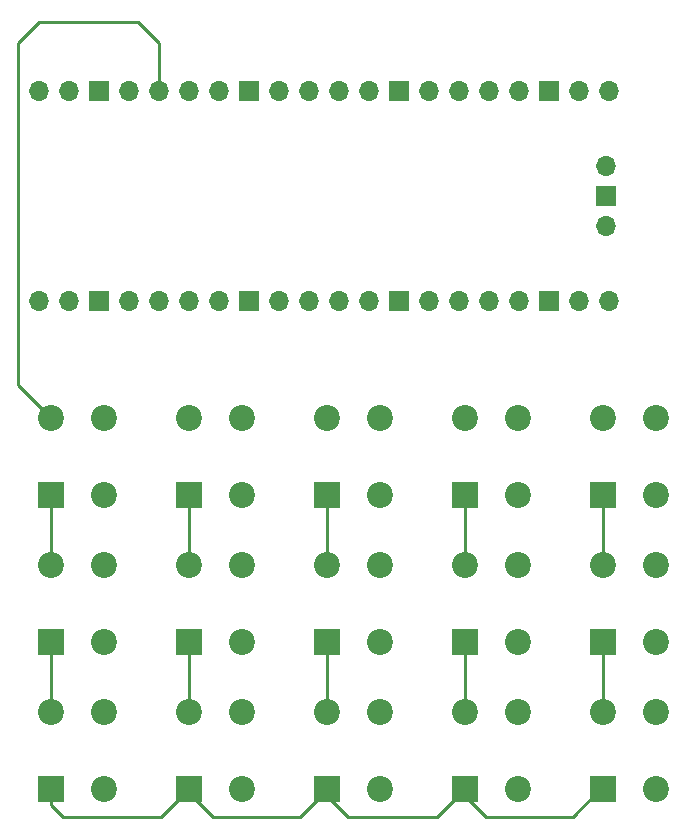
<source format=gbl>
%TF.GenerationSoftware,KiCad,Pcbnew,(6.0.7)*%
%TF.CreationDate,2022-10-18T19:39:03+02:00*%
%TF.ProjectId,15_button_controller,31355f62-7574-4746-9f6e-5f636f6e7472,rev?*%
%TF.SameCoordinates,Original*%
%TF.FileFunction,Copper,L2,Bot*%
%TF.FilePolarity,Positive*%
%FSLAX46Y46*%
G04 Gerber Fmt 4.6, Leading zero omitted, Abs format (unit mm)*
G04 Created by KiCad (PCBNEW (6.0.7)) date 2022-10-18 19:39:03*
%MOMM*%
%LPD*%
G01*
G04 APERTURE LIST*
%TA.AperFunction,ComponentPad*%
%ADD10R,2.200000X2.200000*%
%TD*%
%TA.AperFunction,ComponentPad*%
%ADD11C,2.200000*%
%TD*%
%TA.AperFunction,ComponentPad*%
%ADD12O,1.700000X1.700000*%
%TD*%
%TA.AperFunction,ComponentPad*%
%ADD13R,1.700000X1.700000*%
%TD*%
%TA.AperFunction,Conductor*%
%ADD14C,0.250000*%
%TD*%
G04 APERTURE END LIST*
D10*
%TO.P,S3,1*%
%TO.N,Net-(S1-Pad1)*%
X89154000Y-122630000D03*
D11*
%TO.P,S3,2*%
%TO.N,Net-(S3-Pad2)*%
X89154000Y-116130000D03*
%TO.P,S3,3*%
%TO.N,unconnected-(S3-Pad3)*%
X93654000Y-122630000D03*
%TO.P,S3,4*%
%TO.N,Net-(S3-Pad4)*%
X93654000Y-116130000D03*
%TD*%
D10*
%TO.P,S10,1*%
%TO.N,Net-(S10-Pad1)*%
X112522000Y-110184000D03*
D11*
%TO.P,S10,2*%
%TO.N,Net-(S10-Pad2)*%
X112522000Y-103684000D03*
%TO.P,S10,3*%
%TO.N,unconnected-(S10-Pad3)*%
X117022000Y-110184000D03*
%TO.P,S10,4*%
%TO.N,Net-(S10-Pad4)*%
X117022000Y-103684000D03*
%TD*%
D10*
%TO.P,S4,1*%
%TO.N,Net-(S1-Pad1)*%
X100838000Y-122630000D03*
D11*
%TO.P,S4,2*%
%TO.N,Net-(S4-Pad2)*%
X100838000Y-116130000D03*
%TO.P,S4,3*%
%TO.N,unconnected-(S4-Pad3)*%
X105338000Y-122630000D03*
%TO.P,S4,4*%
%TO.N,Net-(S4-Pad4)*%
X105338000Y-116130000D03*
%TD*%
D10*
%TO.P,S8,1*%
%TO.N,Net-(S3-Pad2)*%
X89154000Y-110184000D03*
D11*
%TO.P,S8,2*%
%TO.N,Net-(S13-Pad1)*%
X89154000Y-103684000D03*
%TO.P,S8,3*%
%TO.N,unconnected-(S8-Pad3)*%
X93654000Y-110184000D03*
%TO.P,S8,4*%
%TO.N,Net-(S8-Pad4)*%
X93654000Y-103684000D03*
%TD*%
D10*
%TO.P,S11,1*%
%TO.N,Net-(S11-Pad1)*%
X65786000Y-97738000D03*
D11*
%TO.P,S11,2*%
%TO.N,Net-(S11-Pad2)*%
X65786000Y-91238000D03*
%TO.P,S11,3*%
%TO.N,unconnected-(S11-Pad3)*%
X70286000Y-97738000D03*
%TO.P,S11,4*%
%TO.N,Net-(S11-Pad4)*%
X70286000Y-91238000D03*
%TD*%
D10*
%TO.P,S2,1*%
%TO.N,Net-(S1-Pad1)*%
X77470000Y-122630000D03*
D11*
%TO.P,S2,2*%
%TO.N,Net-(S2-Pad2)*%
X77470000Y-116130000D03*
%TO.P,S2,3*%
%TO.N,unconnected-(S2-Pad3)*%
X81970000Y-122630000D03*
%TO.P,S2,4*%
%TO.N,Net-(S2-Pad4)*%
X81970000Y-116130000D03*
%TD*%
D10*
%TO.P,S15,1*%
%TO.N,Net-(S10-Pad2)*%
X112522000Y-97738000D03*
D11*
%TO.P,S15,2*%
%TO.N,unconnected-(S15-Pad2)*%
X112522000Y-91238000D03*
%TO.P,S15,3*%
%TO.N,unconnected-(S15-Pad3)*%
X117022000Y-97738000D03*
%TO.P,S15,4*%
%TO.N,Net-(S15-Pad4)*%
X117022000Y-91238000D03*
%TD*%
D10*
%TO.P,S14,1*%
%TO.N,Net-(S14-Pad1)*%
X100838000Y-97738000D03*
D11*
%TO.P,S14,2*%
%TO.N,unconnected-(S14-Pad2)*%
X100838000Y-91238000D03*
%TO.P,S14,3*%
%TO.N,unconnected-(S14-Pad3)*%
X105338000Y-97738000D03*
%TO.P,S14,4*%
%TO.N,Net-(S14-Pad4)*%
X105338000Y-91238000D03*
%TD*%
D10*
%TO.P,S9,1*%
%TO.N,Net-(S4-Pad2)*%
X100838000Y-110184000D03*
D11*
%TO.P,S9,2*%
%TO.N,Net-(S14-Pad1)*%
X100838000Y-103684000D03*
%TO.P,S9,3*%
%TO.N,unconnected-(S9-Pad3)*%
X105338000Y-110184000D03*
%TO.P,S9,4*%
%TO.N,Net-(S9-Pad4)*%
X105338000Y-103684000D03*
%TD*%
D10*
%TO.P,S7,1*%
%TO.N,Net-(S2-Pad2)*%
X77470000Y-110184000D03*
D11*
%TO.P,S7,2*%
%TO.N,Net-(S12-Pad1)*%
X77470000Y-103684000D03*
%TO.P,S7,3*%
%TO.N,unconnected-(S7-Pad3)*%
X81970000Y-110184000D03*
%TO.P,S7,4*%
%TO.N,Net-(S7-Pad4)*%
X81970000Y-103684000D03*
%TD*%
D10*
%TO.P,S12,1*%
%TO.N,Net-(S12-Pad1)*%
X77470000Y-97738000D03*
D11*
%TO.P,S12,2*%
%TO.N,unconnected-(S12-Pad2)*%
X77470000Y-91238000D03*
%TO.P,S12,3*%
%TO.N,unconnected-(S12-Pad3)*%
X81970000Y-97738000D03*
%TO.P,S12,4*%
%TO.N,Net-(S12-Pad4)*%
X81970000Y-91238000D03*
%TD*%
D12*
%TO.P,U1,1,GPIO0*%
%TO.N,unconnected-(U1-Pad1)*%
X64770000Y-81280000D03*
%TO.P,U1,2,GPIO1*%
%TO.N,unconnected-(U1-Pad2)*%
X67310000Y-81280000D03*
D13*
%TO.P,U1,3,GND*%
%TO.N,unconnected-(U1-Pad3)*%
X69850000Y-81280000D03*
D12*
%TO.P,U1,4,GPIO2*%
%TO.N,Net-(S11-Pad4)*%
X72390000Y-81280000D03*
%TO.P,U1,5,GPIO3*%
%TO.N,Net-(S6-Pad4)*%
X74930000Y-81280000D03*
%TO.P,U1,6,GPIO4*%
%TO.N,Net-(S1-Pad4)*%
X77470000Y-81280000D03*
%TO.P,U1,7,GPIO5*%
%TO.N,Net-(S12-Pad4)*%
X80010000Y-81280000D03*
D13*
%TO.P,U1,8,GND*%
%TO.N,unconnected-(U1-Pad8)*%
X82550000Y-81280000D03*
D12*
%TO.P,U1,9,GPIO6*%
%TO.N,Net-(S7-Pad4)*%
X85090000Y-81280000D03*
%TO.P,U1,10,GPIO7*%
%TO.N,Net-(S2-Pad4)*%
X87630000Y-81280000D03*
%TO.P,U1,11,GPIO8*%
%TO.N,Net-(S13-Pad4)*%
X90170000Y-81280000D03*
%TO.P,U1,12,GPIO9*%
%TO.N,Net-(S8-Pad4)*%
X92710000Y-81280000D03*
D13*
%TO.P,U1,13,GND*%
%TO.N,unconnected-(U1-Pad13)*%
X95250000Y-81280000D03*
D12*
%TO.P,U1,14,GPIO10*%
%TO.N,Net-(S3-Pad4)*%
X97790000Y-81280000D03*
%TO.P,U1,15,GPIO11*%
%TO.N,Net-(S14-Pad4)*%
X100330000Y-81280000D03*
%TO.P,U1,16,GPIO12*%
%TO.N,Net-(S9-Pad4)*%
X102870000Y-81280000D03*
%TO.P,U1,17,GPIO13*%
%TO.N,Net-(S4-Pad4)*%
X105410000Y-81280000D03*
D13*
%TO.P,U1,18,GND*%
%TO.N,unconnected-(U1-Pad18)*%
X107950000Y-81280000D03*
D12*
%TO.P,U1,19,GPIO14*%
%TO.N,Net-(S15-Pad4)*%
X110490000Y-81280000D03*
%TO.P,U1,20,GPIO15*%
%TO.N,Net-(S10-Pad4)*%
X113030000Y-81280000D03*
%TO.P,U1,21,GPIO16*%
%TO.N,Net-(S5-Pad4)*%
X113030000Y-63500000D03*
%TO.P,U1,22,GPIO17*%
%TO.N,unconnected-(U1-Pad22)*%
X110490000Y-63500000D03*
D13*
%TO.P,U1,23,GND*%
%TO.N,unconnected-(U1-Pad23)*%
X107950000Y-63500000D03*
D12*
%TO.P,U1,24,GPIO18*%
%TO.N,unconnected-(U1-Pad24)*%
X105410000Y-63500000D03*
%TO.P,U1,25,GPIO19*%
%TO.N,unconnected-(U1-Pad25)*%
X102870000Y-63500000D03*
%TO.P,U1,26,GPIO20*%
%TO.N,unconnected-(U1-Pad26)*%
X100330000Y-63500000D03*
%TO.P,U1,27,GPIO21*%
%TO.N,unconnected-(U1-Pad27)*%
X97790000Y-63500000D03*
D13*
%TO.P,U1,28,GND*%
%TO.N,unconnected-(U1-Pad28)*%
X95250000Y-63500000D03*
D12*
%TO.P,U1,29,GPIO22*%
%TO.N,unconnected-(U1-Pad29)*%
X92710000Y-63500000D03*
%TO.P,U1,30,RUN*%
%TO.N,unconnected-(U1-Pad30)*%
X90170000Y-63500000D03*
%TO.P,U1,31,GPIO26_ADC0*%
%TO.N,unconnected-(U1-Pad31)*%
X87630000Y-63500000D03*
%TO.P,U1,32,GPIO27_ADC1*%
%TO.N,unconnected-(U1-Pad32)*%
X85090000Y-63500000D03*
D13*
%TO.P,U1,33,AGND*%
%TO.N,unconnected-(U1-Pad33)*%
X82550000Y-63500000D03*
D12*
%TO.P,U1,34,GPIO28_ADC2*%
%TO.N,unconnected-(U1-Pad34)*%
X80010000Y-63500000D03*
%TO.P,U1,35,ADC_VREF*%
%TO.N,unconnected-(U1-Pad35)*%
X77470000Y-63500000D03*
%TO.P,U1,36,3V3*%
%TO.N,Net-(S11-Pad2)*%
X74930000Y-63500000D03*
%TO.P,U1,37,3V3_EN*%
%TO.N,unconnected-(U1-Pad37)*%
X72390000Y-63500000D03*
D13*
%TO.P,U1,38,GND*%
%TO.N,unconnected-(U1-Pad38)*%
X69850000Y-63500000D03*
D12*
%TO.P,U1,39,VSYS*%
%TO.N,unconnected-(U1-Pad39)*%
X67310000Y-63500000D03*
%TO.P,U1,40,VBUS*%
%TO.N,unconnected-(U1-Pad40)*%
X64770000Y-63500000D03*
%TO.P,U1,41,SWCLK*%
%TO.N,unconnected-(U1-Pad41)*%
X112800000Y-74930000D03*
D13*
%TO.P,U1,42,GND*%
%TO.N,unconnected-(U1-Pad42)*%
X112800000Y-72390000D03*
D12*
%TO.P,U1,43,SWDIO*%
%TO.N,unconnected-(U1-Pad43)*%
X112800000Y-69850000D03*
%TD*%
D10*
%TO.P,S6,1*%
%TO.N,Net-(S1-Pad2)*%
X65786000Y-110184000D03*
D11*
%TO.P,S6,2*%
%TO.N,Net-(S11-Pad1)*%
X65786000Y-103684000D03*
%TO.P,S6,3*%
%TO.N,unconnected-(S6-Pad3)*%
X70286000Y-110184000D03*
%TO.P,S6,4*%
%TO.N,Net-(S6-Pad4)*%
X70286000Y-103684000D03*
%TD*%
D10*
%TO.P,S13,1*%
%TO.N,Net-(S13-Pad1)*%
X89154000Y-97738000D03*
D11*
%TO.P,S13,2*%
%TO.N,unconnected-(S13-Pad2)*%
X89154000Y-91238000D03*
%TO.P,S13,3*%
%TO.N,unconnected-(S13-Pad3)*%
X93654000Y-97738000D03*
%TO.P,S13,4*%
%TO.N,Net-(S13-Pad4)*%
X93654000Y-91238000D03*
%TD*%
D10*
%TO.P,S1,1*%
%TO.N,Net-(S1-Pad1)*%
X65786000Y-122630000D03*
D11*
%TO.P,S1,2*%
%TO.N,Net-(S1-Pad2)*%
X65786000Y-116130000D03*
%TO.P,S1,3*%
%TO.N,unconnected-(S1-Pad3)*%
X70286000Y-122630000D03*
%TO.P,S1,4*%
%TO.N,Net-(S1-Pad4)*%
X70286000Y-116130000D03*
%TD*%
D10*
%TO.P,S5,1*%
%TO.N,Net-(S1-Pad1)*%
X112522000Y-122630000D03*
D11*
%TO.P,S5,2*%
%TO.N,Net-(S10-Pad1)*%
X112522000Y-116130000D03*
%TO.P,S5,3*%
%TO.N,unconnected-(S5-Pad3)*%
X117022000Y-122630000D03*
%TO.P,S5,4*%
%TO.N,Net-(S5-Pad4)*%
X117022000Y-116130000D03*
%TD*%
D14*
%TO.N,Net-(S1-Pad1)*%
X65786000Y-122630000D02*
X65786000Y-123952000D01*
X102616000Y-124968000D02*
X109982000Y-124968000D01*
X100838000Y-123190000D02*
X102616000Y-124968000D01*
X66802000Y-124968000D02*
X75132000Y-124968000D01*
X89154000Y-123190000D02*
X90932000Y-124968000D01*
X100838000Y-122630000D02*
X100838000Y-123190000D01*
X90932000Y-124968000D02*
X98500000Y-124968000D01*
X75132000Y-124968000D02*
X77470000Y-122630000D01*
X89154000Y-122630000D02*
X89154000Y-123190000D01*
X109982000Y-124968000D02*
X112320000Y-122630000D01*
X77470000Y-122936000D02*
X79502000Y-124968000D01*
X112320000Y-122630000D02*
X112522000Y-122630000D01*
X65786000Y-123952000D02*
X66802000Y-124968000D01*
X98500000Y-124968000D02*
X100838000Y-122630000D01*
X86868000Y-124968000D02*
X89154000Y-122682000D01*
X79502000Y-124968000D02*
X86868000Y-124968000D01*
X77470000Y-122630000D02*
X77470000Y-122936000D01*
X89154000Y-122682000D02*
X89154000Y-122630000D01*
%TO.N,Net-(S1-Pad2)*%
X65786000Y-110184000D02*
X65786000Y-116130000D01*
%TO.N,Net-(S2-Pad2)*%
X77470000Y-116130000D02*
X77470000Y-110184000D01*
%TO.N,Net-(S4-Pad2)*%
X100838000Y-116130000D02*
X100838000Y-110184000D01*
%TO.N,Net-(S10-Pad2)*%
X112522000Y-103684000D02*
X112522000Y-97738000D01*
%TO.N,Net-(S11-Pad2)*%
X73152000Y-57658000D02*
X64770000Y-57658000D01*
X62992000Y-88444000D02*
X62992000Y-59436000D01*
X65786000Y-91238000D02*
X62992000Y-88444000D01*
X64770000Y-57658000D02*
X62992000Y-59436000D01*
X74930000Y-63500000D02*
X74930000Y-59436000D01*
X74930000Y-59436000D02*
X73152000Y-57658000D01*
%TO.N,Net-(S3-Pad2)*%
X89154000Y-116130000D02*
X89154000Y-110184000D01*
%TO.N,Net-(S10-Pad1)*%
X112522000Y-116130000D02*
X112522000Y-110184000D01*
%TO.N,Net-(S11-Pad1)*%
X65786000Y-97738000D02*
X65786000Y-103684000D01*
%TO.N,Net-(S12-Pad1)*%
X77470000Y-103684000D02*
X77470000Y-97738000D01*
%TO.N,Net-(S13-Pad1)*%
X89154000Y-103684000D02*
X89154000Y-97738000D01*
%TO.N,Net-(S14-Pad1)*%
X100838000Y-103684000D02*
X100838000Y-97738000D01*
%TD*%
M02*

</source>
